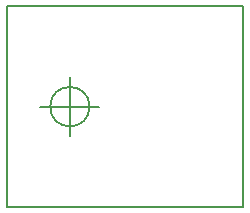
<source format=gbr>
G04 #@! TF.GenerationSoftware,KiCad,Pcbnew,5.1.9+dfsg1-1~bpo10+1*
G04 #@! TF.CreationDate,2022-11-27T17:15:41+01:00*
G04 #@! TF.ProjectId,FLASHTEMP,464c4153-4854-4454-9d50-2e6b69636164,rev?*
G04 #@! TF.SameCoordinates,Original*
G04 #@! TF.FileFunction,Profile,NP*
%FSLAX46Y46*%
G04 Gerber Fmt 4.6, Leading zero omitted, Abs format (unit mm)*
G04 Created by KiCad (PCBNEW 5.1.9+dfsg1-1~bpo10+1) date 2022-11-27 17:15:41*
%MOMM*%
%LPD*%
G01*
G04 APERTURE LIST*
G04 #@! TA.AperFunction,Profile*
%ADD10C,0.150000*%
G04 #@! TD*
G04 APERTURE END LIST*
D10*
X101666666Y-50000000D02*
G75*
G03*
X101666666Y-50000000I-1666666J0D01*
G01*
X97500000Y-50000000D02*
X102500000Y-50000000D01*
X100000000Y-47500000D02*
X100000000Y-52500000D01*
X114666000Y-41500000D02*
X114666000Y-58500000D01*
X114666000Y-58500000D02*
X94666000Y-58500000D01*
X94666000Y-41500000D02*
X94666000Y-58500000D01*
X114666000Y-41500000D02*
X94666000Y-41500000D01*
M02*

</source>
